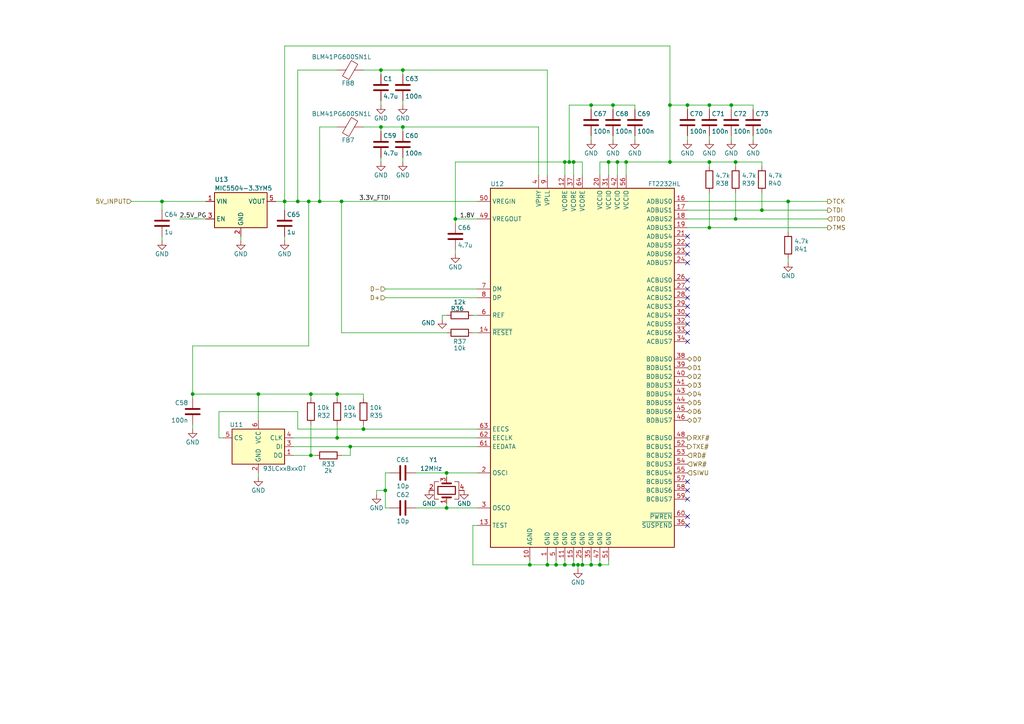
<source format=kicad_sch>
(kicad_sch (version 20200618) (host eeschema "(5.99.0-2250-gafd432e68)")
  (page 2 5)
  (paper "A4")
  (title_block (title "TDR, FT2232") (date "2020-06-30") (rev "A") (company "Radovan Blažek") (comment 3 "In preparation") (comment 4 "EN"))
  (lib_symbols
    (symbol "Device:C" (pin_numbers hide) (pin_names (offset 0.254))
      (property "Reference" "C" (at 0.635 2.54 0))
      (property "Value" "C" (at 0.635 -2.54 0))
      (symbol "C_0_1"
        (polyline (pts (xy -2.032 -0.762) (xy 2.032 -0.762)) (stroke (width 0.508)))
        (polyline (pts (xy -2.032 0.762) (xy 2.032 0.762)) (stroke (width 0.508)))
      )
      (symbol "C_1_1"
        (pin passive line (at 0 3.81 270) (length 2.794) (name "~") (number "1"))
        (pin passive line (at 0 -3.81 90) (length 2.794) (name "~") (number "2"))
      )
    )
    (symbol "Device:Crystal_GND24" (pin_names hide)
      (property "Reference" "Y" (at 3.175 5.08 0))
      (property "Value" "Crystal_GND24" (at 3.175 3.175 0))
      (symbol "Crystal_GND24_0_1"
        (rectangle (start -1.143 2.54) (end 1.143 -2.54) (stroke (width 0.3048)))
        (polyline (pts (xy -2.54 0) (xy -2.032 0)))
        (polyline (pts (xy -2.032 -1.27) (xy -2.032 1.27)) (stroke (width 0.508)))
        (polyline (pts (xy 0 -3.81) (xy 0 -3.556)))
        (polyline (pts (xy 0 3.556) (xy 0 3.81)))
        (polyline (pts (xy 2.032 -1.27) (xy 2.032 1.27)) (stroke (width 0.508)))
        (polyline (pts (xy 2.032 0) (xy 2.54 0)))
        (polyline (pts (xy -2.54 -2.286) (xy -2.54 -3.556) (xy 2.54 -3.556) (xy 2.54 -2.286)))
        (polyline (pts (xy -2.54 2.286) (xy -2.54 3.556) (xy 2.54 3.556) (xy 2.54 2.286)))
      )
      (symbol "Crystal_GND24_1_1"
        (pin passive line (at -3.81 0 0) (length 1.27) (name "1") (number "1"))
        (pin passive line (at 0 5.08 270) (length 1.27) (name "2") (number "2"))
        (pin passive line (at 3.81 0 180) (length 1.27) (name "3") (number "3"))
        (pin passive line (at 0 -5.08 90) (length 1.27) (name "4") (number "4"))
      )
    )
    (symbol "Device:Ferrite_Bead" (pin_numbers hide) (pin_names (offset 0))
      (property "Reference" "FB" (at -3.81 0.635 90))
      (property "Value" "Ferrite_Bead" (at 3.81 0 90))
      (symbol "Ferrite_Bead_0_1"
        (polyline (pts (xy 0 -1.27) (xy 0 -1.2192)))
        (polyline (pts (xy 0 1.27) (xy 0 1.2954)))
        (polyline (pts (xy -2.7686 0.4064) (xy -1.7018 2.2606) (xy 2.7686 -0.3048) (xy 1.6764 -2.159) (xy -2.7686 0.4064)))
      )
      (symbol "Ferrite_Bead_1_1"
        (pin passive line (at 0 3.81 270) (length 2.54) (name "~") (number "1"))
        (pin passive line (at 0 -3.81 90) (length 2.54) (name "~") (number "2"))
      )
    )
    (symbol "Device:R" (pin_numbers hide) (pin_names (offset 0))
      (property "Reference" "R" (at 2.032 0 90))
      (property "Value" "R" (at 0 0 90))
      (symbol "R_0_1"
        (rectangle (start -1.016 -2.54) (end 1.016 2.54) (stroke (width 0.254)))
      )
      (symbol "R_1_1"
        (pin passive line (at 0 3.81 270) (length 1.27) (name "~") (number "1"))
        (pin passive line (at 0 -3.81 90) (length 1.27) (name "~") (number "2"))
      )
    )
    (symbol "Interface_USB:FT2232HL" (pin_names (offset 0.508))
      (property "Reference" "U" (at -26.67 53.34 0))
      (property "Value" "FT2232HL" (at 19.05 53.34 0))
      (symbol "FT2232HL_0_1"
        (rectangle (start -26.67 -52.07) (end 26.67 52.07) (stroke (width 0.254)) (fill (type background)))
      )
      (symbol "FT2232HL_1_1"
        (pin power_in line (at -10.16 -55.88 90) (length 3.81) (name "GND") (number "1"))
        (pin power_in line (at -15.24 -55.88 90) (length 3.81) (name "AGND") (number "10"))
        (pin power_in line (at -5.08 -55.88 90) (length 3.81) (name "GND") (number "11"))
        (pin power_in line (at -5.08 55.88 270) (length 3.81) (name "VCORE") (number "12"))
        (pin input line (at -30.48 -45.72 0) (length 3.81) (name "TEST") (number "13"))
        (pin input line (at -30.48 10.16 0) (length 3.81) (name "~RESET") (number "14"))
        (pin power_in line (at -2.54 -55.88 90) (length 3.81) (name "GND") (number "15"))
        (pin bidirectional line (at 30.48 48.26 180) (length 3.81) (name "ADBUS0") (number "16"))
        (pin bidirectional line (at 30.48 45.72 180) (length 3.81) (name "ADBUS1") (number "17"))
        (pin bidirectional line (at 30.48 43.18 180) (length 3.81) (name "ADBUS2") (number "18"))
        (pin bidirectional line (at 30.48 40.64 180) (length 3.81) (name "ADBUS3") (number "19"))
        (pin input line (at -30.48 -30.48 0) (length 3.81) (name "OSCI") (number "2"))
        (pin power_in line (at 5.08 55.88 270) (length 3.81) (name "VCCIO") (number "20"))
        (pin bidirectional line (at 30.48 38.1 180) (length 3.81) (name "ADBUS4") (number "21"))
        (pin bidirectional line (at 30.48 35.56 180) (length 3.81) (name "ADBUS5") (number "22"))
        (pin bidirectional line (at 30.48 33.02 180) (length 3.81) (name "ADBUS6") (number "23"))
        (pin bidirectional line (at 30.48 30.48 180) (length 3.81) (name "ADBUS7") (number "24"))
        (pin power_in line (at 0 -55.88 90) (length 3.81) (name "GND") (number "25"))
        (pin bidirectional line (at 30.48 25.4 180) (length 3.81) (name "ACBUS0") (number "26"))
        (pin bidirectional line (at 30.48 22.86 180) (length 3.81) (name "ACBUS1") (number "27"))
        (pin bidirectional line (at 30.48 20.32 180) (length 3.81) (name "ACBUS2") (number "28"))
        (pin bidirectional line (at 30.48 17.78 180) (length 3.81) (name "ACBUS3") (number "29"))
        (pin output line (at -30.48 -40.64 0) (length 3.81) (name "OSCO") (number "3"))
        (pin bidirectional line (at 30.48 15.24 180) (length 3.81) (name "ACBUS4") (number "30"))
        (pin power_in line (at 7.62 55.88 270) (length 3.81) (name "VCCIO") (number "31"))
        (pin bidirectional line (at 30.48 12.7 180) (length 3.81) (name "ACBUS5") (number "32"))
        (pin bidirectional line (at 30.48 10.16 180) (length 3.81) (name "ACBUS6") (number "33"))
        (pin bidirectional line (at 30.48 7.62 180) (length 3.81) (name "ACBUS7") (number "34"))
        (pin power_in line (at 2.54 -55.88 90) (length 3.81) (name "GND") (number "35"))
        (pin output line (at 30.48 -45.72 180) (length 3.81) (name "~SUSPEND") (number "36"))
        (pin power_in line (at -2.54 55.88 270) (length 3.81) (name "VCORE") (number "37"))
        (pin bidirectional line (at 30.48 2.54 180) (length 3.81) (name "BDBUS0") (number "38"))
        (pin bidirectional line (at 30.48 0 180) (length 3.81) (name "BDBUS1") (number "39"))
        (pin power_in line (at -12.7 55.88 270) (length 3.81) (name "VPHY") (number "4"))
        (pin bidirectional line (at 30.48 -2.54 180) (length 3.81) (name "BDBUS2") (number "40"))
        (pin bidirectional line (at 30.48 -5.08 180) (length 3.81) (name "BDBUS3") (number "41"))
        (pin power_in line (at 10.16 55.88 270) (length 3.81) (name "VCCIO") (number "42"))
        (pin bidirectional line (at 30.48 -7.62 180) (length 3.81) (name "BDBUS4") (number "43"))
        (pin bidirectional line (at 30.48 -10.16 180) (length 3.81) (name "BDBUS5") (number "44"))
        (pin bidirectional line (at 30.48 -12.7 180) (length 3.81) (name "BDBUS6") (number "45"))
        (pin bidirectional line (at 30.48 -15.24 180) (length 3.81) (name "BDBUS7") (number "46"))
        (pin power_in line (at 5.08 -55.88 90) (length 3.81) (name "GND") (number "47"))
        (pin bidirectional line (at 30.48 -20.32 180) (length 3.81) (name "BCBUS0") (number "48"))
        (pin power_out line (at -30.48 43.18 0) (length 3.81) (name "VREGOUT") (number "49"))
        (pin power_in line (at -7.62 -55.88 90) (length 3.81) (name "GND") (number "5"))
        (pin power_in line (at -30.48 48.26 0) (length 3.81) (name "VREGIN") (number "50"))
        (pin power_in line (at 7.62 -55.88 90) (length 3.81) (name "GND") (number "51"))
        (pin bidirectional line (at 30.48 -22.86 180) (length 3.81) (name "BCBUS1") (number "52"))
        (pin bidirectional line (at 30.48 -25.4 180) (length 3.81) (name "BCBUS2") (number "53"))
        (pin bidirectional line (at 30.48 -27.94 180) (length 3.81) (name "BCBUS3") (number "54"))
        (pin bidirectional line (at 30.48 -30.48 180) (length 3.81) (name "BCBUS4") (number "55"))
        (pin power_in line (at 12.7 55.88 270) (length 3.81) (name "VCCIO") (number "56"))
        (pin bidirectional line (at 30.48 -33.02 180) (length 3.81) (name "BCBUS5") (number "57"))
        (pin bidirectional line (at 30.48 -35.56 180) (length 3.81) (name "BCBUS6") (number "58"))
        (pin bidirectional line (at 30.48 -38.1 180) (length 3.81) (name "BCBUS7") (number "59"))
        (pin output line (at -30.48 15.24 0) (length 3.81) (name "REF") (number "6"))
        (pin output line (at 30.48 -43.18 180) (length 3.81) (name "~PWREN") (number "60"))
        (pin bidirectional line (at -30.48 -22.86 0) (length 3.81) (name "EEDATA") (number "61"))
        (pin output line (at -30.48 -20.32 0) (length 3.81) (name "EECLK") (number "62"))
        (pin output line (at -30.48 -17.78 0) (length 3.81) (name "EECS") (number "63"))
        (pin power_in line (at 0 55.88 270) (length 3.81) (name "VCORE") (number "64"))
        (pin bidirectional line (at -30.48 22.86 0) (length 3.81) (name "DM") (number "7"))
        (pin bidirectional line (at -30.48 20.32 0) (length 3.81) (name "DP") (number "8"))
        (pin input line (at -10.16 55.88 270) (length 3.81) (name "VPLL") (number "9"))
      )
    )
    (symbol "Memory_EEPROM:93LCxxBxxOT" (pin_names (offset 0.508))
      (property "Reference" "U" (at -6.35 6.35 0))
      (property "Value" "93LCxxBxxOT" (at 7.62 -6.35 0))
      (symbol "93LCxxBxxOT_0_1"
        (rectangle (start -7.62 5.08) (end 7.62 -5.08) (stroke (width 0.254)) (fill (type background)))
      )
      (symbol "93LCxxBxxOT_1_1"
        (pin tri_state line (at 10.16 -2.54 180) (length 2.54) (name "DO") (number "1"))
        (pin power_in line (at 0 -7.62 90) (length 2.54) (name "GND") (number "2"))
        (pin input line (at 10.16 0 180) (length 2.54) (name "DI") (number "3"))
        (pin input line (at 10.16 2.54 180) (length 2.54) (name "CLK") (number "4"))
        (pin input line (at -10.16 2.54 0) (length 2.54) (name "CS") (number "5"))
        (pin power_in line (at 0 7.62 270) (length 2.54) (name "VCC") (number "6"))
      )
    )
    (symbol "Regulator_Linear:MIC5504-3.3YM5" (pin_names (offset 0.508))
      (property "Reference" "U" (at -7.62 8.89 0))
      (property "Value" "MIC5504-3.3YM5" (at -7.62 6.35 0))
      (symbol "MIC5504-3.3YM5_0_1"
        (rectangle (start -7.62 -5.08) (end 7.62 5.08) (stroke (width 0.254)) (fill (type background)))
      )
      (symbol "MIC5504-3.3YM5_1_1"
        (pin power_in line (at -10.16 2.54 0) (length 2.54) (name "VIN") (number "1"))
        (pin power_in line (at 0 -7.62 90) (length 2.54) (name "GND") (number "2"))
        (pin input line (at -10.16 -2.54 0) (length 2.54) (name "EN") (number "3"))
        (pin unconnected line (at 7.62 -2.54 180) (length 2.54) hide (name "NC") (number "4"))
        (pin power_out line (at 10.16 2.54 180) (length 2.54) (name "VOUT") (number "5"))
      )
    )
    (symbol "power:GND" (power) (pin_names (offset 0))
      (property "Value" "GND" (at 0 -3.81 0))
      (symbol "GND_0_1"
        (polyline (pts (xy 0 0) (xy 0 -1.27) (xy 1.27 -1.27) (xy 0 -2.54) (xy -1.27 -1.27) (xy 0 -1.27)))
      )
      (symbol "GND_1_1"
        (pin power_in line (at 0 0 270) (length 0) hide (name "GND") (number "1"))
      )
    )
  )
  (junction (at 46.99 58.42))
  (junction (at 55.88 114.3))
  (junction (at 74.93 114.3))
  (junction (at 82.55 58.42))
  (junction (at 86.36 58.42))
  (junction (at 89.535 58.42))
  (junction (at 90.17 114.3))
  (junction (at 90.17 132.08))
  (junction (at 92.71 58.42))
  (junction (at 97.79 114.3))
  (junction (at 97.79 127))
  (junction (at 99.06 58.42))
  (junction (at 101.6 129.54))
  (junction (at 105.41 124.46))
  (junction (at 110.49 20.32))
  (junction (at 110.49 36.83))
  (junction (at 111.76 142.24))
  (junction (at 116.84 20.32))
  (junction (at 116.84 36.83))
  (junction (at 129.54 137.16))
  (junction (at 129.54 147.32))
  (junction (at 132.08 63.5))
  (junction (at 153.67 163.83))
  (junction (at 158.75 163.83))
  (junction (at 161.29 163.83))
  (junction (at 163.83 46.99))
  (junction (at 163.83 163.83))
  (junction (at 165.1 46.99))
  (junction (at 166.37 46.99))
  (junction (at 166.37 163.83))
  (junction (at 167.64 163.83))
  (junction (at 168.91 163.83))
  (junction (at 171.45 30.48))
  (junction (at 171.45 163.83))
  (junction (at 173.99 163.83))
  (junction (at 176.53 46.99))
  (junction (at 177.8 30.48))
  (junction (at 179.07 46.99))
  (junction (at 181.61 46.99))
  (junction (at 194.31 30.48))
  (junction (at 194.31 46.99))
  (junction (at 199.39 30.48))
  (junction (at 205.74 30.48))
  (junction (at 205.74 46.99))
  (junction (at 205.74 66.04))
  (junction (at 212.09 30.48))
  (junction (at 213.36 46.99))
  (junction (at 213.36 63.5))
  (junction (at 220.98 60.96))
  (junction (at 228.6 58.42))
  (no_connect (at 199.39 142.24))
  (no_connect (at 199.39 96.52))
  (no_connect (at 199.39 91.44))
  (no_connect (at 199.39 88.9))
  (no_connect (at 199.39 71.12))
  (no_connect (at 199.39 68.58))
  (no_connect (at 199.39 93.98))
  (no_connect (at 199.39 73.66))
  (no_connect (at 199.39 83.82))
  (no_connect (at 199.39 152.4))
  (no_connect (at 199.39 99.06))
  (no_connect (at 199.39 149.86))
  (no_connect (at 199.39 81.28))
  (no_connect (at 199.39 76.2))
  (no_connect (at 199.39 144.78))
  (no_connect (at 199.39 86.36))
  (no_connect (at 199.39 139.7))
  (wire (pts (xy 38.1 58.42) (xy 46.99 58.42)))
  (wire (pts (xy 46.99 58.42) (xy 59.69 58.42)))
  (wire (pts (xy 46.99 60.96) (xy 46.99 58.42)))
  (wire (pts (xy 46.99 68.58) (xy 46.99 69.85)))
  (wire (pts (xy 52.07 63.5) (xy 59.69 63.5)))
  (wire (pts (xy 55.88 100.33) (xy 55.88 114.3)))
  (wire (pts (xy 55.88 114.3) (xy 74.93 114.3)))
  (wire (pts (xy 55.88 115.57) (xy 55.88 114.3)))
  (wire (pts (xy 55.88 123.19) (xy 55.88 124.46)))
  (wire (pts (xy 63.5 119.38) (xy 86.36 119.38)))
  (wire (pts (xy 63.5 127) (xy 63.5 119.38)))
  (wire (pts (xy 64.77 127) (xy 63.5 127)))
  (wire (pts (xy 69.85 68.58) (xy 69.85 69.85)))
  (wire (pts (xy 74.93 114.3) (xy 90.17 114.3)))
  (wire (pts (xy 74.93 121.92) (xy 74.93 114.3)))
  (wire (pts (xy 74.93 137.16) (xy 74.93 138.43)))
  (wire (pts (xy 80.01 58.42) (xy 82.55 58.42)))
  (wire (pts (xy 82.55 13.335) (xy 194.31 13.335)))
  (wire (pts (xy 82.55 58.42) (xy 82.55 13.335)))
  (wire (pts (xy 82.55 58.42) (xy 82.55 60.96)))
  (wire (pts (xy 82.55 58.42) (xy 86.36 58.42)))
  (wire (pts (xy 82.55 68.58) (xy 82.55 69.85)))
  (wire (pts (xy 85.09 127) (xy 97.79 127)))
  (wire (pts (xy 85.09 129.54) (xy 101.6 129.54)))
  (wire (pts (xy 85.09 132.08) (xy 90.17 132.08)))
  (wire (pts (xy 86.36 20.32) (xy 97.79 20.32)))
  (wire (pts (xy 86.36 58.42) (xy 86.36 20.32)))
  (wire (pts (xy 86.36 58.42) (xy 89.535 58.42)))
  (wire (pts (xy 86.36 119.38) (xy 86.36 124.46)))
  (wire (pts (xy 86.36 124.46) (xy 105.41 124.46)))
  (wire (pts (xy 89.535 58.42) (xy 89.535 100.33)))
  (wire (pts (xy 89.535 58.42) (xy 92.71 58.42)))
  (wire (pts (xy 89.535 100.33) (xy 55.88 100.33)))
  (wire (pts (xy 90.17 114.3) (xy 90.17 115.57)))
  (wire (pts (xy 90.17 123.19) (xy 90.17 132.08)))
  (wire (pts (xy 90.17 132.08) (xy 91.44 132.08)))
  (wire (pts (xy 92.71 36.83) (xy 92.71 58.42)))
  (wire (pts (xy 92.71 36.83) (xy 97.79 36.83)))
  (wire (pts (xy 92.71 58.42) (xy 99.06 58.42)))
  (wire (pts (xy 97.79 114.3) (xy 90.17 114.3)))
  (wire (pts (xy 97.79 114.3) (xy 97.79 115.57)))
  (wire (pts (xy 97.79 123.19) (xy 97.79 127)))
  (wire (pts (xy 97.79 127) (xy 138.43 127)))
  (wire (pts (xy 99.06 58.42) (xy 138.43 58.42)))
  (wire (pts (xy 99.06 96.52) (xy 99.06 58.42)))
  (wire (pts (xy 99.06 132.08) (xy 101.6 132.08)))
  (wire (pts (xy 101.6 129.54) (xy 138.43 129.54)))
  (wire (pts (xy 101.6 132.08) (xy 101.6 129.54)))
  (wire (pts (xy 105.41 20.32) (xy 110.49 20.32)))
  (wire (pts (xy 105.41 36.83) (xy 110.49 36.83)))
  (wire (pts (xy 105.41 114.3) (xy 97.79 114.3)))
  (wire (pts (xy 105.41 115.57) (xy 105.41 114.3)))
  (wire (pts (xy 105.41 123.19) (xy 105.41 124.46)))
  (wire (pts (xy 105.41 124.46) (xy 138.43 124.46)))
  (wire (pts (xy 109.22 142.24) (xy 111.76 142.24)))
  (wire (pts (xy 109.22 143.51) (xy 109.22 142.24)))
  (wire (pts (xy 110.49 20.32) (xy 110.49 21.59)))
  (wire (pts (xy 110.49 20.32) (xy 116.84 20.32)))
  (wire (pts (xy 110.49 29.21) (xy 110.49 30.48)))
  (wire (pts (xy 110.49 36.83) (xy 110.49 38.1)))
  (wire (pts (xy 110.49 36.83) (xy 116.84 36.83)))
  (wire (pts (xy 110.49 45.72) (xy 110.49 46.99)))
  (wire (pts (xy 111.76 83.82) (xy 138.43 83.82)))
  (wire (pts (xy 111.76 86.36) (xy 138.43 86.36)))
  (wire (pts (xy 111.76 137.16) (xy 111.76 142.24)))
  (wire (pts (xy 111.76 142.24) (xy 111.76 147.32)))
  (wire (pts (xy 111.76 147.32) (xy 113.03 147.32)))
  (wire (pts (xy 113.03 137.16) (xy 111.76 137.16)))
  (wire (pts (xy 116.84 20.32) (xy 116.84 21.59)))
  (wire (pts (xy 116.84 20.32) (xy 158.75 20.32)))
  (wire (pts (xy 116.84 29.21) (xy 116.84 30.48)))
  (wire (pts (xy 116.84 36.83) (xy 116.84 38.1)))
  (wire (pts (xy 116.84 36.83) (xy 156.21 36.83)))
  (wire (pts (xy 116.84 45.72) (xy 116.84 46.99)))
  (wire (pts (xy 120.65 137.16) (xy 129.54 137.16)))
  (wire (pts (xy 120.65 147.32) (xy 129.54 147.32)))
  (wire (pts (xy 128.27 91.44) (xy 129.54 91.44)))
  (wire (pts (xy 128.27 92.71) (xy 128.27 91.44)))
  (wire (pts (xy 129.54 96.52) (xy 99.06 96.52)))
  (wire (pts (xy 129.54 137.16) (xy 138.43 137.16)))
  (wire (pts (xy 129.54 138.43) (xy 129.54 137.16)))
  (wire (pts (xy 129.54 146.05) (xy 129.54 147.32)))
  (wire (pts (xy 129.54 147.32) (xy 138.43 147.32)))
  (wire (pts (xy 132.08 46.99) (xy 132.08 63.5)))
  (wire (pts (xy 132.08 63.5) (xy 132.08 64.77)))
  (wire (pts (xy 132.08 63.5) (xy 138.43 63.5)))
  (wire (pts (xy 132.08 72.39) (xy 132.08 73.66)))
  (wire (pts (xy 137.16 91.44) (xy 138.43 91.44)))
  (wire (pts (xy 137.16 96.52) (xy 138.43 96.52)))
  (wire (pts (xy 137.16 152.4) (xy 137.16 163.83)))
  (wire (pts (xy 137.16 163.83) (xy 153.67 163.83)))
  (wire (pts (xy 138.43 152.4) (xy 137.16 152.4)))
  (wire (pts (xy 153.67 163.83) (xy 153.67 162.56)))
  (wire (pts (xy 153.67 163.83) (xy 158.75 163.83)))
  (wire (pts (xy 156.21 36.83) (xy 156.21 50.8)))
  (wire (pts (xy 158.75 20.32) (xy 158.75 50.8)))
  (wire (pts (xy 158.75 162.56) (xy 158.75 163.83)))
  (wire (pts (xy 158.75 163.83) (xy 161.29 163.83)))
  (wire (pts (xy 161.29 162.56) (xy 161.29 163.83)))
  (wire (pts (xy 161.29 163.83) (xy 163.83 163.83)))
  (wire (pts (xy 163.83 46.99) (xy 132.08 46.99)))
  (wire (pts (xy 163.83 46.99) (xy 163.83 50.8)))
  (wire (pts (xy 163.83 162.56) (xy 163.83 163.83)))
  (wire (pts (xy 163.83 163.83) (xy 166.37 163.83)))
  (wire (pts (xy 165.1 30.48) (xy 165.1 46.99)))
  (wire (pts (xy 165.1 46.99) (xy 163.83 46.99)))
  (wire (pts (xy 166.37 46.99) (xy 165.1 46.99)))
  (wire (pts (xy 166.37 46.99) (xy 166.37 50.8)))
  (wire (pts (xy 166.37 46.99) (xy 168.91 46.99)))
  (wire (pts (xy 166.37 162.56) (xy 166.37 163.83)))
  (wire (pts (xy 166.37 163.83) (xy 167.64 163.83)))
  (wire (pts (xy 167.64 163.83) (xy 167.64 165.1)))
  (wire (pts (xy 167.64 163.83) (xy 168.91 163.83)))
  (wire (pts (xy 168.91 50.8) (xy 168.91 46.99)))
  (wire (pts (xy 168.91 162.56) (xy 168.91 163.83)))
  (wire (pts (xy 168.91 163.83) (xy 171.45 163.83)))
  (wire (pts (xy 171.45 30.48) (xy 165.1 30.48)))
  (wire (pts (xy 171.45 30.48) (xy 177.8 30.48)))
  (wire (pts (xy 171.45 31.75) (xy 171.45 30.48)))
  (wire (pts (xy 171.45 39.37) (xy 171.45 40.64)))
  (wire (pts (xy 171.45 162.56) (xy 171.45 163.83)))
  (wire (pts (xy 171.45 163.83) (xy 173.99 163.83)))
  (wire (pts (xy 173.99 46.99) (xy 176.53 46.99)))
  (wire (pts (xy 173.99 50.8) (xy 173.99 46.99)))
  (wire (pts (xy 173.99 162.56) (xy 173.99 163.83)))
  (wire (pts (xy 173.99 163.83) (xy 176.53 163.83)))
  (wire (pts (xy 176.53 46.99) (xy 176.53 50.8)))
  (wire (pts (xy 176.53 46.99) (xy 179.07 46.99)))
  (wire (pts (xy 176.53 163.83) (xy 176.53 162.56)))
  (wire (pts (xy 177.8 30.48) (xy 177.8 31.75)))
  (wire (pts (xy 177.8 39.37) (xy 177.8 40.64)))
  (wire (pts (xy 179.07 46.99) (xy 179.07 50.8)))
  (wire (pts (xy 179.07 46.99) (xy 181.61 46.99)))
  (wire (pts (xy 181.61 46.99) (xy 181.61 50.8)))
  (wire (pts (xy 181.61 46.99) (xy 194.31 46.99)))
  (wire (pts (xy 184.15 30.48) (xy 177.8 30.48)))
  (wire (pts (xy 184.15 31.75) (xy 184.15 30.48)))
  (wire (pts (xy 184.15 39.37) (xy 184.15 40.64)))
  (wire (pts (xy 194.31 13.335) (xy 194.31 30.48)))
  (wire (pts (xy 194.31 30.48) (xy 194.31 46.99)))
  (wire (pts (xy 194.31 46.99) (xy 205.74 46.99)))
  (wire (pts (xy 199.39 30.48) (xy 194.31 30.48)))
  (wire (pts (xy 199.39 30.48) (xy 199.39 31.75)))
  (wire (pts (xy 199.39 39.37) (xy 199.39 40.64)))
  (wire (pts (xy 199.39 58.42) (xy 228.6 58.42)))
  (wire (pts (xy 199.39 60.96) (xy 220.98 60.96)))
  (wire (pts (xy 199.39 63.5) (xy 213.36 63.5)))
  (wire (pts (xy 199.39 66.04) (xy 205.74 66.04)))
  (wire (pts (xy 205.74 30.48) (xy 199.39 30.48)))
  (wire (pts (xy 205.74 30.48) (xy 205.74 31.75)))
  (wire (pts (xy 205.74 39.37) (xy 205.74 40.64)))
  (wire (pts (xy 205.74 46.99) (xy 205.74 48.26)))
  (wire (pts (xy 205.74 55.88) (xy 205.74 66.04)))
  (wire (pts (xy 205.74 66.04) (xy 240.03 66.04)))
  (wire (pts (xy 212.09 30.48) (xy 205.74 30.48)))
  (wire (pts (xy 212.09 30.48) (xy 212.09 31.75)))
  (wire (pts (xy 212.09 39.37) (xy 212.09 40.64)))
  (wire (pts (xy 213.36 46.99) (xy 205.74 46.99)))
  (wire (pts (xy 213.36 46.99) (xy 213.36 48.26)))
  (wire (pts (xy 213.36 55.88) (xy 213.36 63.5)))
  (wire (pts (xy 213.36 63.5) (xy 240.03 63.5)))
  (wire (pts (xy 218.44 30.48) (xy 212.09 30.48)))
  (wire (pts (xy 218.44 31.75) (xy 218.44 30.48)))
  (wire (pts (xy 218.44 39.37) (xy 218.44 40.64)))
  (wire (pts (xy 220.98 46.99) (xy 213.36 46.99)))
  (wire (pts (xy 220.98 48.26) (xy 220.98 46.99)))
  (wire (pts (xy 220.98 55.88) (xy 220.98 60.96)))
  (wire (pts (xy 220.98 60.96) (xy 240.03 60.96)))
  (wire (pts (xy 228.6 58.42) (xy 228.6 67.31)))
  (wire (pts (xy 228.6 58.42) (xy 240.03 58.42)))
  (wire (pts (xy 228.6 74.93) (xy 228.6 76.2)))
  (label "2.5V_PG" (at 52.07 63.5 0))
  (label "3.3V_FTDI" (at 104.14 58.42 0))
  (label "1.8V" (at 133.35 63.5 0))
  (hierarchical_label "5V_INPUT" (shape input) (at 38.1 58.42 180))
  (hierarchical_label "D-" (shape input) (at 111.76 83.82 180))
  (hierarchical_label "D+" (shape input) (at 111.76 86.36 180))
  (hierarchical_label "D0" (shape bidirectional) (at 199.39 104.14 0))
  (hierarchical_label "D1" (shape bidirectional) (at 199.39 106.68 0))
  (hierarchical_label "D2" (shape bidirectional) (at 199.39 109.22 0))
  (hierarchical_label "D3" (shape bidirectional) (at 199.39 111.76 0))
  (hierarchical_label "D4" (shape bidirectional) (at 199.39 114.3 0))
  (hierarchical_label "D5" (shape bidirectional) (at 199.39 116.84 0))
  (hierarchical_label "D6" (shape bidirectional) (at 199.39 119.38 0))
  (hierarchical_label "D7" (shape bidirectional) (at 199.39 121.92 0))
  (hierarchical_label "RXF#" (shape output) (at 199.39 127 0))
  (hierarchical_label "TXE#" (shape output) (at 199.39 129.54 0))
  (hierarchical_label "RD#" (shape input) (at 199.39 132.08 0))
  (hierarchical_label "WR#" (shape input) (at 199.39 134.62 0))
  (hierarchical_label "SIWU" (shape input) (at 199.39 137.16 0))
  (hierarchical_label "TCK" (shape output) (at 240.03 58.42 0))
  (hierarchical_label "TDI" (shape output) (at 240.03 60.96 0))
  (hierarchical_label "TDO" (shape input) (at 240.03 63.5 0))
  (hierarchical_label "TMS" (shape output) (at 240.03 66.04 0))
  (symbol (lib_id "power:GND") (at 46.99 69.85 0) (unit 1)
    (property "Reference" "#PWR0165" (effects hide))
    (property "Value" "GND" (at 46.99 73.66 0))
  )
  (symbol (lib_id "power:GND") (at 55.88 124.46 0) (unit 1)
    (property "Reference" "#PWR06" (effects hide))
    (property "Value" "GND" (at 55.88 128.27 0))
  )
  (symbol (lib_id "power:GND") (at 69.85 69.85 0) (unit 1)
    (property "Reference" "#PWR0163" (effects hide))
    (property "Value" "GND" (at 69.85 73.66 0))
  )
  (symbol (lib_id "power:GND") (at 74.93 138.43 0) (unit 1)
    (property "Reference" "#PWR013" (effects hide))
    (property "Value" "GND" (at 74.93 142.24 0))
  )
  (symbol (lib_id "power:GND") (at 82.55 69.85 0) (unit 1)
    (property "Reference" "#PWR0164" (effects hide))
    (property "Value" "GND" (at 82.55 73.66 0))
  )
  (symbol (lib_id "power:GND") (at 109.22 143.51 0) (unit 1)
    (property "Reference" "#PWR014" (effects hide))
    (property "Value" "GND" (at 109.22 147.32 0))
  )
  (symbol (lib_id "power:GND") (at 110.49 30.48 0) (unit 1)
    (property "Reference" "#PWR0156" (effects hide))
    (property "Value" "GND" (at 110.49 34.29 0))
  )
  (symbol (lib_id "power:GND") (at 110.49 46.99 0) (unit 1)
    (property "Reference" "#PWR015" (effects hide))
    (property "Value" "GND" (at 110.49 50.8 0))
  )
  (symbol (lib_id "power:GND") (at 116.84 30.48 0) (unit 1)
    (property "Reference" "#PWR0158" (effects hide))
    (property "Value" "GND" (at 116.84 34.29 0))
  )
  (symbol (lib_id "power:GND") (at 116.84 46.99 0) (unit 1)
    (property "Reference" "#PWR016" (effects hide))
    (property "Value" "GND" (at 116.84 50.8 0))
  )
  (symbol (lib_id "power:GND") (at 124.46 142.24 0) (unit 1)
    (property "Reference" "#PWR017" (effects hide))
    (property "Value" "GND" (at 124.46 146.05 0))
  )
  (symbol (lib_id "power:GND") (at 128.27 92.71 0) (unit 1)
    (property "Reference" "#PWR018" (effects hide))
    (property "Value" "GND" (at 126.2888 93.6498 0) (effects (justify right)))
  )
  (symbol (lib_id "power:GND") (at 132.08 73.66 0) (unit 1)
    (property "Reference" "#PWR0184" (effects hide))
    (property "Value" "GND" (at 132.08 77.47 0))
  )
  (symbol (lib_id "power:GND") (at 134.62 142.24 0) (unit 1)
    (property "Reference" "#PWR019" (effects hide))
    (property "Value" "GND" (at 134.62 146.05 0))
  )
  (symbol (lib_id "power:GND") (at 167.64 165.1 0) (unit 1)
    (property "Reference" "#PWR020" (effects hide))
    (property "Value" "GND" (at 167.64 168.91 0))
  )
  (symbol (lib_id "power:GND") (at 171.45 40.64 0) (unit 1)
    (property "Reference" "#PWR0183" (effects hide))
    (property "Value" "GND" (at 171.45 44.45 0))
  )
  (symbol (lib_id "power:GND") (at 177.8 40.64 0) (unit 1)
    (property "Reference" "#PWR0181" (effects hide))
    (property "Value" "GND" (at 177.8 44.45 0))
  )
  (symbol (lib_id "power:GND") (at 184.15 40.64 0) (unit 1)
    (property "Reference" "#PWR0180" (effects hide))
    (property "Value" "GND" (at 184.15 44.45 0))
  )
  (symbol (lib_id "power:GND") (at 199.39 40.64 0) (unit 1)
    (property "Reference" "#PWR0182" (effects hide))
    (property "Value" "GND" (at 199.39 44.45 0))
  )
  (symbol (lib_id "power:GND") (at 205.74 40.64 0) (unit 1)
    (property "Reference" "#PWR0179" (effects hide))
    (property "Value" "GND" (at 205.74 44.45 0))
  )
  (symbol (lib_id "power:GND") (at 212.09 40.64 0) (unit 1)
    (property "Reference" "#PWR0178" (effects hide))
    (property "Value" "GND" (at 212.09 44.45 0))
  )
  (symbol (lib_id "power:GND") (at 218.44 40.64 0) (unit 1)
    (property "Reference" "#PWR0177" (effects hide))
    (property "Value" "GND" (at 218.44 44.45 0))
  )
  (symbol (lib_id "power:GND") (at 228.6 76.2 0) (unit 1)
    (property "Reference" "#PWR021" (effects hide))
    (property "Value" "GND" (at 228.6 80.01 0))
  )
  (symbol (lib_id "Device:R") (at 90.17 119.38 0) (unit 1)
    (property "Reference" "R32" (at 91.948 120.523 0) (effects (justify left)))
    (property "Value" "10k" (at 91.948 118.237 0) (effects (justify left)))
    (property "Footprint" "Resistor_SMD:R_0805_2012Metric" (effects hide))
  )
  (symbol (lib_id "Device:R") (at 95.25 132.08 90) (unit 1)
    (property "Reference" "R33" (at 95.25 134.62 90))
    (property "Value" "2k" (at 95.25 136.525 90))
    (property "Footprint" "Resistor_SMD:R_0805_2012Metric" (effects hide))
  )
  (symbol (lib_id "Device:R") (at 97.79 119.38 0) (unit 1)
    (property "Reference" "R34" (at 99.568 120.523 0) (effects (justify left)))
    (property "Value" "10k" (at 99.568 118.237 0) (effects (justify left)))
    (property "Footprint" "Resistor_SMD:R_0805_2012Metric" (effects hide))
  )
  (symbol (lib_id "Device:R") (at 105.41 119.38 0) (unit 1)
    (property "Reference" "R35" (at 107.188 120.523 0) (effects (justify left)))
    (property "Value" "10k" (at 107.188 118.237 0) (effects (justify left)))
    (property "Footprint" "Resistor_SMD:R_0805_2012Metric" (effects hide))
  )
  (symbol (lib_id "Device:R") (at 133.35 91.44 90) (unit 1)
    (property "Reference" "R36" (at 134.62 89.535 90) (effects (justify left)))
    (property "Value" "12k" (at 133.35 87.63 90))
    (property "Footprint" "Resistor_SMD:R_0805_2012Metric" (effects hide))
  )
  (symbol (lib_id "Device:R") (at 133.35 96.52 90) (unit 1)
    (property "Reference" "R37" (at 133.35 99.06 90))
    (property "Value" "10k" (at 133.35 100.965 90))
    (property "Footprint" "Resistor_SMD:R_0805_2012Metric" (effects hide))
  )
  (symbol (lib_id "Device:R") (at 205.74 52.07 0) (unit 1)
    (property "Reference" "R38" (at 207.518 53.213 0) (effects (justify left)))
    (property "Value" "4.7k" (at 207.518 50.927 0) (effects (justify left)))
    (property "Footprint" "Resistor_SMD:R_0805_2012Metric" (effects hide))
  )
  (symbol (lib_id "Device:R") (at 213.36 52.07 0) (unit 1)
    (property "Reference" "R39" (at 215.138 53.213 0) (effects (justify left)))
    (property "Value" "4.7k" (at 215.138 50.927 0) (effects (justify left)))
    (property "Footprint" "Resistor_SMD:R_0805_2012Metric" (effects hide))
  )
  (symbol (lib_id "Device:R") (at 220.98 52.07 0) (unit 1)
    (property "Reference" "R40" (at 222.758 53.213 0) (effects (justify left)))
    (property "Value" "4.7k" (at 222.758 50.927 0) (effects (justify left)))
    (property "Footprint" "Resistor_SMD:R_0805_2012Metric" (effects hide))
  )
  (symbol (lib_id "Device:R") (at 228.6 71.12 0) (unit 1)
    (property "Reference" "R41" (at 230.378 72.263 0) (effects (justify left)))
    (property "Value" "4.7k" (at 230.378 69.977 0) (effects (justify left)))
    (property "Footprint" "Resistor_SMD:R_0805_2012Metric" (effects hide))
  )
  (symbol (lib_id "Device:C") (at 46.99 64.77 0) (unit 1)
    (property "Reference" "C64" (at 47.625 62.23 0) (effects (justify left)))
    (property "Value" "1u" (at 47.625 67.31 0) (effects (justify left)))
    (property "Footprint" "Capacitor_SMD:C_0805_2012Metric" (effects hide))
  )
  (symbol (lib_id "Device:C") (at 55.88 119.38 0) (mirror x) (unit 1)
    (property "Reference" "C58" (at 54.61 116.84 0) (effects (justify right)))
    (property "Value" "100n" (at 54.61 121.92 0) (effects (justify right)))
    (property "Footprint" "Capacitor_SMD:C_0402_1005Metric" (effects hide))
  )
  (symbol (lib_id "Device:C") (at 82.55 64.77 0) (unit 1)
    (property "Reference" "C65" (at 83.185 62.23 0) (effects (justify left)))
    (property "Value" "1u" (at 83.185 67.31 0) (effects (justify left)))
    (property "Footprint" "Capacitor_SMD:C_0805_2012Metric" (effects hide))
  )
  (symbol (lib_id "Device:C") (at 110.49 25.4 0) (unit 1)
    (property "Reference" "C1" (at 111.125 22.86 0) (effects (justify left)))
    (property "Value" "4.7u" (at 111.125 27.94 0) (effects (justify left)))
    (property "Footprint" "Capacitor_SMD:C_0805_2012Metric" (effects hide))
  )
  (symbol (lib_id "Device:C") (at 110.49 41.91 0) (unit 1)
    (property "Reference" "C59" (at 111.125 39.37 0) (effects (justify left)))
    (property "Value" "4.7u" (at 111.125 44.45 0) (effects (justify left)))
    (property "Footprint" "Capacitor_SMD:C_0805_2012Metric" (effects hide))
  )
  (symbol (lib_id "Device:C") (at 116.84 25.4 0) (unit 1)
    (property "Reference" "C63" (at 117.475 22.86 0) (effects (justify left)))
    (property "Value" "100n" (at 117.475 27.94 0) (effects (justify left)))
    (property "Footprint" "Capacitor_SMD:C_0402_1005Metric" (effects hide))
  )
  (symbol (lib_id "Device:C") (at 116.84 41.91 0) (unit 1)
    (property "Reference" "C60" (at 117.475 39.37 0) (effects (justify left)))
    (property "Value" "100n" (at 117.475 44.45 0) (effects (justify left)))
    (property "Footprint" "Capacitor_SMD:C_0402_1005Metric" (effects hide))
  )
  (symbol (lib_id "Device:C") (at 116.84 137.16 90) (unit 1)
    (property "Reference" "C61" (at 116.84 133.35 90))
    (property "Value" "10p" (at 116.84 140.97 90))
    (property "Footprint" "Capacitor_SMD:C_0805_2012Metric" (effects hide))
  )
  (symbol (lib_id "Device:C") (at 116.84 147.32 90) (unit 1)
    (property "Reference" "C62" (at 116.84 143.51 90))
    (property "Value" "10p" (at 116.84 151.13 90))
    (property "Footprint" "Capacitor_SMD:C_0805_2012Metric" (effects hide))
  )
  (symbol (lib_id "Device:C") (at 132.08 68.58 0) (unit 1)
    (property "Reference" "C66" (at 132.715 66.04 0) (effects (justify left)))
    (property "Value" "4.7u" (at 132.715 71.12 0) (effects (justify left)))
    (property "Footprint" "Capacitor_SMD:C_0805_2012Metric" (effects hide))
  )
  (symbol (lib_id "Device:C") (at 171.45 35.56 0) (unit 1)
    (property "Reference" "C67" (at 172.085 33.02 0) (effects (justify left)))
    (property "Value" "100n" (at 172.085 38.1 0) (effects (justify left)))
    (property "Footprint" "Capacitor_SMD:C_0402_1005Metric" (effects hide))
  )
  (symbol (lib_id "Device:C") (at 177.8 35.56 0) (unit 1)
    (property "Reference" "C68" (at 178.435 33.02 0) (effects (justify left)))
    (property "Value" "100n" (at 178.435 38.1 0) (effects (justify left)))
    (property "Footprint" "Capacitor_SMD:C_0402_1005Metric" (effects hide))
  )
  (symbol (lib_id "Device:C") (at 184.15 35.56 0) (unit 1)
    (property "Reference" "C69" (at 184.785 33.02 0) (effects (justify left)))
    (property "Value" "100n" (at 184.785 38.1 0) (effects (justify left)))
    (property "Footprint" "Capacitor_SMD:C_0402_1005Metric" (effects hide))
  )
  (symbol (lib_id "Device:C") (at 199.39 35.56 0) (unit 1)
    (property "Reference" "C70" (at 200.025 33.02 0) (effects (justify left)))
    (property "Value" "100n" (at 200.025 38.1 0) (effects (justify left)))
    (property "Footprint" "Capacitor_SMD:C_0402_1005Metric" (effects hide))
  )
  (symbol (lib_id "Device:C") (at 205.74 35.56 0) (unit 1)
    (property "Reference" "C71" (at 206.375 33.02 0) (effects (justify left)))
    (property "Value" "100n" (at 206.375 38.1 0) (effects (justify left)))
    (property "Footprint" "Capacitor_SMD:C_0402_1005Metric" (effects hide))
  )
  (symbol (lib_id "Device:C") (at 212.09 35.56 0) (unit 1)
    (property "Reference" "C72" (at 212.725 33.02 0) (effects (justify left)))
    (property "Value" "100n" (at 212.725 38.1 0) (effects (justify left)))
    (property "Footprint" "Capacitor_SMD:C_0402_1005Metric" (effects hide))
  )
  (symbol (lib_id "Device:C") (at 218.44 35.56 0) (unit 1)
    (property "Reference" "C73" (at 219.075 33.02 0) (effects (justify left)))
    (property "Value" "100n" (at 219.075 38.1 0) (effects (justify left)))
    (property "Footprint" "Capacitor_SMD:C_0402_1005Metric" (effects hide))
  )
  (symbol (lib_id "Device:Ferrite_Bead") (at 101.6 20.32 90) (unit 1)
    (property "Reference" "FB8" (at 100.965 24.13 90))
    (property "Value" "BLM41PG600SN1L" (at 99.06 16.51 90))
    (property "Footprint" "Inductor_SMD:L_1806_4516Metric" (effects hide))
  )
  (symbol (lib_id "Device:Ferrite_Bead") (at 101.6 36.83 90) (unit 1)
    (property "Reference" "FB7" (at 100.965 40.64 90))
    (property "Value" "BLM41PG600SN1L" (at 99.06 33.02 90))
    (property "Footprint" "Inductor_SMD:L_1806_4516Metric" (effects hide))
  )
  (symbol (lib_id "Device:Crystal_GND24") (at 129.54 142.24 90) (unit 1)
    (property "Reference" "Y1" (at 127 133.35 90) (effects (justify left)))
    (property "Value" "12MHz" (at 128.27 135.89 90) (effects (justify left)))
    (property "Footprint" "Crystal:Crystal_SMD_3225-4Pin_3.2x2.5mm" (effects hide))
  )
  (symbol (lib_id "Regulator_Linear:MIC5504-3.3YM5") (at 69.85 60.96 0) (unit 1)
    (property "Reference" "U13" (at 62.23 52.07 0) (effects (justify left)))
    (property "Value" "MIC5504-3.3YM5" (at 62.23 54.61 0) (effects (justify left)))
    (property "Footprint" "Package_TO_SOT_SMD:SOT-23-5" (effects hide))
    (property "Datasheet" "http://ww1.microchip.com/downloads/en/DeviceDoc/MIC550X.pdf" (effects hide))
  )
  (symbol (lib_id "Memory_EEPROM:93LCxxBxxOT") (at 74.93 129.54 0) (unit 1)
    (property "Reference" "U11" (at 68.58 123.19 0))
    (property "Value" "93LCxxBxxOT" (at 82.55 135.89 0))
    (property "Footprint" "Package_TO_SOT_SMD:SOT-23-6" (effects hide))
    (property "Datasheet" "http://ww1.microchip.com/downloads/en/DeviceDoc/20001749K.pdf" (effects hide))
  )
  (symbol (lib_id "Interface_USB:FT2232HL") (at 168.91 106.68 0) (unit 1)
    (property "Reference" "U12" (at 142.24 53.34 0) (effects (justify left)))
    (property "Value" "FT2232HL" (at 187.96 53.34 0) (effects (justify left)))
    (property "Footprint" "Package_QFP:LQFP-64_10x10mm_P0.5mm" (effects hide))
    (property "Datasheet" "https://www.ftdichip.com/Support/Documents/DataSheets/ICs/DS_FT2232H.pdf" (effects hide))
  )
)
</source>
